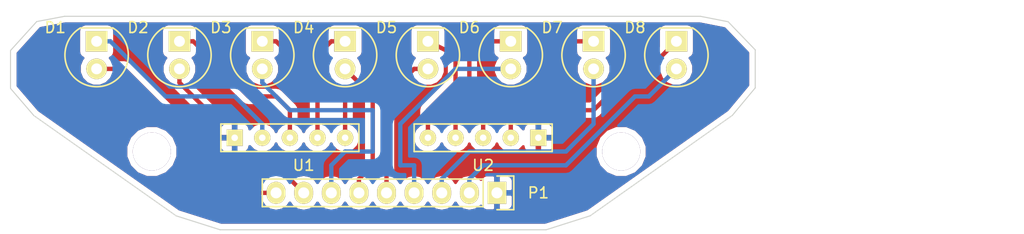
<source format=kicad_pcb>
(kicad_pcb (version 4) (host pcbnew 4.0.2+dfsg1-stable)

  (general
    (links 18)
    (no_connects 0)
    (area 114.3 83.82 208.559829 106.708333)
    (thickness 1.6)
    (drawings 14)
    (tracks 81)
    (zones 0)
    (modules 14)
    (nets 18)
  )

  (page A4)
  (title_block
    (title "LEDs Strip")
    (company abierto.cc)
  )

  (layers
    (0 F.Cu signal)
    (31 B.Cu signal)
    (32 B.Adhes user)
    (33 F.Adhes user)
    (34 B.Paste user)
    (35 F.Paste user)
    (36 B.SilkS user)
    (37 F.SilkS user)
    (38 B.Mask user)
    (39 F.Mask user)
    (40 Dwgs.User user)
    (41 Cmts.User user)
    (42 Eco1.User user)
    (43 Eco2.User user)
    (44 Edge.Cuts user)
    (45 Margin user)
    (46 B.CrtYd user)
    (47 F.CrtYd user)
    (48 B.Fab user)
    (49 F.Fab user)
  )

  (setup
    (last_trace_width 0.4)
    (trace_clearance 0.2)
    (zone_clearance 0.508)
    (zone_45_only no)
    (trace_min 0.4)
    (segment_width 0.2)
    (edge_width 0.15)
    (via_size 0.6)
    (via_drill 0.4)
    (via_min_size 0.4)
    (via_min_drill 0.3)
    (uvia_size 0.3)
    (uvia_drill 0.1)
    (uvias_allowed no)
    (uvia_min_size 0.2)
    (uvia_min_drill 0.1)
    (pcb_text_width 0.3)
    (pcb_text_size 1.5 1.5)
    (mod_edge_width 0.15)
    (mod_text_size 1 1)
    (mod_text_width 0.15)
    (pad_size 2.032 1.7272)
    (pad_drill 1.016)
    (pad_to_mask_clearance 0.2)
    (aux_axis_origin 0 0)
    (visible_elements FFFFFF7F)
    (pcbplotparams
      (layerselection 0x010f0_80000001)
      (usegerberextensions false)
      (excludeedgelayer true)
      (linewidth 0.100000)
      (plotframeref false)
      (viasonmask false)
      (mode 1)
      (useauxorigin false)
      (hpglpennumber 1)
      (hpglpenspeed 20)
      (hpglpendiameter 15)
      (hpglpenoverlay 2)
      (psnegative false)
      (psa4output false)
      (plotreference true)
      (plotvalue true)
      (plotinvisibletext false)
      (padsonsilk false)
      (subtractmaskfromsilk false)
      (outputformat 1)
      (mirror false)
      (drillshape 0)
      (scaleselection 1)
      (outputdirectory gerber/))
  )

  (net 0 "")
  (net 1 "Net-(D1-Pad1)")
  (net 2 "Net-(D1-Pad2)")
  (net 3 "Net-(D2-Pad1)")
  (net 4 "Net-(D2-Pad2)")
  (net 5 "Net-(D3-Pad1)")
  (net 6 "Net-(D3-Pad2)")
  (net 7 "Net-(D4-Pad1)")
  (net 8 "Net-(D4-Pad2)")
  (net 9 "Net-(D5-Pad1)")
  (net 10 "Net-(D5-Pad2)")
  (net 11 "Net-(D6-Pad1)")
  (net 12 "Net-(D6-Pad2)")
  (net 13 "Net-(D7-Pad1)")
  (net 14 "Net-(D7-Pad2)")
  (net 15 "Net-(D8-Pad1)")
  (net 16 "Net-(D8-Pad2)")
  (net 17 GND)

  (net_class Default "This is the default net class."
    (clearance 0.2)
    (trace_width 0.4)
    (via_dia 0.6)
    (via_drill 0.4)
    (uvia_dia 0.3)
    (uvia_drill 0.1)
    (add_net GND)
    (add_net "Net-(D1-Pad1)")
    (add_net "Net-(D1-Pad2)")
    (add_net "Net-(D2-Pad1)")
    (add_net "Net-(D2-Pad2)")
    (add_net "Net-(D3-Pad1)")
    (add_net "Net-(D3-Pad2)")
    (add_net "Net-(D4-Pad1)")
    (add_net "Net-(D4-Pad2)")
    (add_net "Net-(D5-Pad1)")
    (add_net "Net-(D5-Pad2)")
    (add_net "Net-(D6-Pad1)")
    (add_net "Net-(D6-Pad2)")
    (add_net "Net-(D7-Pad1)")
    (add_net "Net-(D7-Pad2)")
    (add_net "Net-(D8-Pad1)")
    (add_net "Net-(D8-Pad2)")
  )

  (module LEDs:LED-5MM (layer F.Cu) (tedit 59B5878A) (tstamp 59B882D0)
    (at 176.53 87.63 270)
    (descr "LED 5mm round vertical")
    (tags "LED 5mm round vertical")
    (path /59AFC053)
    (fp_text reference D8 (at -1.27 3.81 360) (layer F.SilkS)
      (effects (font (size 1 1) (thickness 0.15)))
    )
    (fp_text value LED (at 1.524 -3.937 270) (layer F.Fab) hide
      (effects (font (size 1 1) (thickness 0.15)))
    )
    (fp_line (start -1.5 -1.55) (end -1.5 1.55) (layer F.CrtYd) (width 0.05))
    (fp_arc (start 1.3 0) (end -1.5 1.55) (angle -302) (layer F.CrtYd) (width 0.05))
    (fp_arc (start 1.27 0) (end -1.23 -1.5) (angle 297.5) (layer F.SilkS) (width 0.15))
    (fp_line (start -1.23 1.5) (end -1.23 -1.5) (layer F.SilkS) (width 0.15))
    (fp_text user K (at -1.905 1.905 270) (layer F.SilkS) hide
      (effects (font (size 1 1) (thickness 0.15)))
    )
    (pad "" thru_hole rect (at 0 0) (size 2 1.9) (drill 1.00076) (layers *.Cu *.Mask F.SilkS))
    (pad "" thru_hole circle (at 2.54 0 270) (size 1.9 1.9) (drill 1.00076) (layers *.Cu *.Mask F.SilkS))
    (model LEDs.3dshapes/LED-5MM.wrl
      (at (xyz 0.05 0 0))
      (scale (xyz 1 1 1))
      (rotate (xyz 0 0 90))
    )
  )

  (module Componentes:rr (layer F.Cu) (tedit 59B58779) (tstamp 59B8830A)
    (at 158.75 96.52 180)
    (path /59AFC3AD)
    (fp_text reference U2 (at 0 -2.54 180) (layer F.SilkS)
      (effects (font (size 1 1) (thickness 0.15)))
    )
    (fp_text value ResistorArray (at 0 -2.54 180) (layer F.Fab) hide
      (effects (font (size 1 1) (thickness 0.15)))
    )
    (fp_line (start -6.35 -1.27) (end 6.35 -1.27) (layer F.Fab) (width 0.15))
    (fp_line (start 6.35 -1.27) (end 6.35 1.27) (layer F.Fab) (width 0.15))
    (fp_line (start 6.35 1.27) (end -6.35 1.27) (layer F.Fab) (width 0.15))
    (fp_line (start -6.35 1.27) (end -6.35 -1.27) (layer F.Fab) (width 0.15))
    (fp_line (start -6.35 -1.27) (end 6.35 -1.27) (layer F.SilkS) (width 0.15))
    (fp_line (start 6.35 -1.27) (end 6.35 1.27) (layer F.SilkS) (width 0.15))
    (fp_line (start 6.35 1.27) (end -6.35 1.27) (layer F.SilkS) (width 0.15))
    (fp_line (start -6.35 1.27) (end -6.35 -1.27) (layer F.SilkS) (width 0.15))
    (pad "" thru_hole circle (at 5.08 0 180) (size 1.5 1.5) (drill 0.6) (layers *.Cu *.Mask F.SilkS))
    (pad "" thru_hole rect (at -5.08 0 180) (size 1.5 1.5) (drill 0.6) (layers *.Cu *.Mask F.SilkS))
    (pad "" thru_hole circle (at -2.54 0 180) (size 1.5 1.5) (drill 0.6) (layers *.Cu *.Mask F.SilkS))
    (pad "" thru_hole circle (at 2.54 0 180) (size 1.5 1.5) (drill 0.6) (layers *.Cu *.Mask F.SilkS))
    (pad "" thru_hole circle (at 0 0 180) (size 1.5 1.5) (drill 0.6) (layers *.Cu *.Mask F.SilkS))
    (model "../../../../../home/fede/Dropbox/TransitoDrive/Test KiCad/Packages3D/4R-Pin1_C.wrl"
      (at (xyz 0 0 0))
      (scale (xyz 0.3937 0.3937 0.3937))
      (rotate (xyz 0 0 0))
    )
  )

  (module Componentes:rr (layer F.Cu) (tedit 59B5875C) (tstamp 59B882F9)
    (at 140.97 96.52)
    (path /59AFC1DB)
    (fp_text reference U1 (at 1.27 2.54) (layer F.SilkS)
      (effects (font (size 1 1) (thickness 0.15)))
    )
    (fp_text value ResistorArray (at 0 -2.54) (layer F.Fab) hide
      (effects (font (size 1 1) (thickness 0.15)))
    )
    (fp_line (start -6.35 -1.27) (end 6.35 -1.27) (layer F.Fab) (width 0.15))
    (fp_line (start 6.35 -1.27) (end 6.35 1.27) (layer F.Fab) (width 0.15))
    (fp_line (start 6.35 1.27) (end -6.35 1.27) (layer F.Fab) (width 0.15))
    (fp_line (start -6.35 1.27) (end -6.35 -1.27) (layer F.Fab) (width 0.15))
    (fp_line (start -6.35 -1.27) (end 6.35 -1.27) (layer F.SilkS) (width 0.15))
    (fp_line (start 6.35 -1.27) (end 6.35 1.27) (layer F.SilkS) (width 0.15))
    (fp_line (start 6.35 1.27) (end -6.35 1.27) (layer F.SilkS) (width 0.15))
    (fp_line (start -6.35 1.27) (end -6.35 -1.27) (layer F.SilkS) (width 0.15))
    (pad "" thru_hole circle (at 5.08 0) (size 1.5 1.5) (drill 0.6) (layers *.Cu *.Mask F.SilkS))
    (pad "" thru_hole rect (at -5.08 0) (size 1.5 1.5) (drill 0.6) (layers *.Cu *.Mask F.SilkS))
    (pad "" thru_hole circle (at -2.54 0) (size 1.5 1.5) (drill 0.6) (layers *.Cu *.Mask F.SilkS))
    (pad "" thru_hole circle (at 2.54 0) (size 1.5 1.5) (drill 0.6) (layers *.Cu *.Mask F.SilkS))
    (pad "" thru_hole circle (at 0 0) (size 1.5 1.5) (drill 0.6) (layers *.Cu *.Mask F.SilkS))
    (model "../../../../../home/fede/Dropbox/TransitoDrive/Test KiCad/Packages3D/4R-Pin1_C.wrl"
      (at (xyz 0 0 0))
      (scale (xyz 0.3937 0.3937 0.3937))
      (rotate (xyz 0 0 0))
    )
  )

  (module LEDs:LED-5MM (layer F.Cu) (tedit 59B58738) (tstamp 59B882C4)
    (at 168.91 87.63 270)
    (descr "LED 5mm round vertical")
    (tags "LED 5mm round vertical")
    (path /59AFC018)
    (fp_text reference D7 (at -1.27 3.81 360) (layer F.SilkS)
      (effects (font (size 1 1) (thickness 0.15)))
    )
    (fp_text value LED (at 1.524 -3.937 270) (layer F.Fab) hide
      (effects (font (size 1 1) (thickness 0.15)))
    )
    (fp_line (start -1.5 -1.55) (end -1.5 1.55) (layer F.CrtYd) (width 0.05))
    (fp_arc (start 1.3 0) (end -1.5 1.55) (angle -302) (layer F.CrtYd) (width 0.05))
    (fp_arc (start 1.27 0) (end -1.23 -1.5) (angle 297.5) (layer F.SilkS) (width 0.15))
    (fp_line (start -1.23 1.5) (end -1.23 -1.5) (layer F.SilkS) (width 0.15))
    (fp_text user K (at -1.905 1.905 270) (layer F.SilkS) hide
      (effects (font (size 1 1) (thickness 0.15)))
    )
    (pad "" thru_hole rect (at 0 0) (size 2 1.9) (drill 1.00076) (layers *.Cu *.Mask F.SilkS))
    (pad "" thru_hole circle (at 2.54 0 270) (size 1.9 1.9) (drill 1.00076) (layers *.Cu *.Mask F.SilkS))
    (model LEDs.3dshapes/LED-5MM.wrl
      (at (xyz 0.05 0 0))
      (scale (xyz 1 1 1))
      (rotate (xyz 0 0 90))
    )
  )

  (module LEDs:LED-5MM (layer F.Cu) (tedit 59B5837F) (tstamp 59B882B8)
    (at 161.29 87.63 270)
    (descr "LED 5mm round vertical")
    (tags "LED 5mm round vertical")
    (path /59AFBFC6)
    (fp_text reference D6 (at -1.27 3.81 360) (layer F.SilkS)
      (effects (font (size 1 1) (thickness 0.15)))
    )
    (fp_text value LED (at 1.524 -3.937 270) (layer F.Fab) hide
      (effects (font (size 1 1) (thickness 0.15)))
    )
    (fp_line (start -1.5 -1.55) (end -1.5 1.55) (layer F.CrtYd) (width 0.05))
    (fp_arc (start 1.3 0) (end -1.5 1.55) (angle -302) (layer F.CrtYd) (width 0.05))
    (fp_arc (start 1.27 0) (end -1.23 -1.5) (angle 297.5) (layer F.SilkS) (width 0.15))
    (fp_line (start -1.23 1.5) (end -1.23 -1.5) (layer F.SilkS) (width 0.15))
    (fp_text user K (at -1.905 1.905 270) (layer F.SilkS) hide
      (effects (font (size 1 1) (thickness 0.15)))
    )
    (pad "" thru_hole rect (at 0 0) (size 2 1.9) (drill 1.00076) (layers *.Cu *.Mask F.SilkS))
    (pad "" thru_hole circle (at 2.54 0 270) (size 1.9 1.9) (drill 1.00076) (layers *.Cu *.Mask F.SilkS))
    (model LEDs.3dshapes/LED-5MM.wrl
      (at (xyz 0.05 0 0))
      (scale (xyz 1 1 1))
      (rotate (xyz 0 0 90))
    )
  )

  (module LEDs:LED-5MM (layer F.Cu) (tedit 59B58369) (tstamp 59B882AC)
    (at 153.67 87.63 270)
    (descr "LED 5mm round vertical")
    (tags "LED 5mm round vertical")
    (path /59AFBF9D)
    (fp_text reference D5 (at -1.27 3.81 360) (layer F.SilkS)
      (effects (font (size 1 1) (thickness 0.15)))
    )
    (fp_text value LED (at 1.524 -3.937 270) (layer F.Fab) hide
      (effects (font (size 1 1) (thickness 0.15)))
    )
    (fp_line (start -1.5 -1.55) (end -1.5 1.55) (layer F.CrtYd) (width 0.05))
    (fp_arc (start 1.3 0) (end -1.5 1.55) (angle -302) (layer F.CrtYd) (width 0.05))
    (fp_arc (start 1.27 0) (end -1.23 -1.5) (angle 297.5) (layer F.SilkS) (width 0.15))
    (fp_line (start -1.23 1.5) (end -1.23 -1.5) (layer F.SilkS) (width 0.15))
    (fp_text user K (at -1.905 1.905 270) (layer F.SilkS) hide
      (effects (font (size 1 1) (thickness 0.15)))
    )
    (pad "" thru_hole rect (at 0 0) (size 2 1.9) (drill 1.00076) (layers *.Cu *.Mask F.SilkS))
    (pad "" thru_hole circle (at 2.54 0 270) (size 1.9 1.9) (drill 1.00076) (layers *.Cu *.Mask F.SilkS))
    (model LEDs.3dshapes/LED-5MM.wrl
      (at (xyz 0.05 0 0))
      (scale (xyz 1 1 1))
      (rotate (xyz 0 0 90))
    )
  )

  (module LEDs:LED-5MM (layer F.Cu) (tedit 59B58349) (tstamp 59B882A0)
    (at 146.05 87.63 270)
    (descr "LED 5mm round vertical")
    (tags "LED 5mm round vertical")
    (path /59AFBE48)
    (fp_text reference D4 (at -1.27 3.81 360) (layer F.SilkS)
      (effects (font (size 1 1) (thickness 0.15)))
    )
    (fp_text value LED (at 1.524 -3.937 270) (layer F.Fab) hide
      (effects (font (size 1 1) (thickness 0.15)))
    )
    (fp_line (start -1.5 -1.55) (end -1.5 1.55) (layer F.CrtYd) (width 0.05))
    (fp_arc (start 1.3 0) (end -1.5 1.55) (angle -302) (layer F.CrtYd) (width 0.05))
    (fp_arc (start 1.27 0) (end -1.23 -1.5) (angle 297.5) (layer F.SilkS) (width 0.15))
    (fp_line (start -1.23 1.5) (end -1.23 -1.5) (layer F.SilkS) (width 0.15))
    (fp_text user K (at -1.905 1.905 270) (layer F.SilkS) hide
      (effects (font (size 1 1) (thickness 0.15)))
    )
    (pad "" thru_hole rect (at 0 0) (size 2 1.9) (drill 1.00076) (layers *.Cu *.Mask F.SilkS))
    (pad "" thru_hole circle (at 2.54 0 270) (size 1.9 1.9) (drill 1.00076) (layers *.Cu *.Mask F.SilkS))
    (model LEDs.3dshapes/LED-5MM.wrl
      (at (xyz 0.05 0 0))
      (scale (xyz 1 1 1))
      (rotate (xyz 0 0 90))
    )
  )

  (module LEDs:LED-5MM (layer F.Cu) (tedit 59B5824A) (tstamp 59B88294)
    (at 138.43 87.63 270)
    (descr "LED 5mm round vertical")
    (tags "LED 5mm round vertical")
    (path /59AFBE00)
    (fp_text reference D3 (at -1.27 3.81 360) (layer F.SilkS)
      (effects (font (size 1 1) (thickness 0.15)))
    )
    (fp_text value LED (at 1.524 -3.937 270) (layer F.Fab) hide
      (effects (font (size 1 1) (thickness 0.15)))
    )
    (fp_line (start -1.5 -1.55) (end -1.5 1.55) (layer F.CrtYd) (width 0.05))
    (fp_arc (start 1.3 0) (end -1.5 1.55) (angle -302) (layer F.CrtYd) (width 0.05))
    (fp_arc (start 1.27 0) (end -1.23 -1.5) (angle 297.5) (layer F.SilkS) (width 0.15))
    (fp_line (start -1.23 1.5) (end -1.23 -1.5) (layer F.SilkS) (width 0.15))
    (fp_text user K (at -1.905 1.905 270) (layer F.SilkS) hide
      (effects (font (size 1 1) (thickness 0.15)))
    )
    (pad "" thru_hole rect (at 0 0) (size 2 1.9) (drill 1.00076) (layers *.Cu *.Mask F.SilkS))
    (pad "" thru_hole circle (at 2.54 0 270) (size 1.9 1.9) (drill 1.00076) (layers *.Cu *.Mask F.SilkS))
    (model LEDs.3dshapes/LED-5MM.wrl
      (at (xyz 0.05 0 0))
      (scale (xyz 1 1 1))
      (rotate (xyz 0 0 90))
    )
  )

  (module LEDs:LED-5MM (layer F.Cu) (tedit 59B58232) (tstamp 59B8827C)
    (at 123.19 87.63 270)
    (descr "LED 5mm round vertical")
    (tags "LED 5mm round vertical")
    (path /59AFBF6F)
    (fp_text reference D1 (at -1.27 3.81 360) (layer F.SilkS)
      (effects (font (size 1 1) (thickness 0.15)))
    )
    (fp_text value LED (at 1.524 -3.937 270) (layer F.Fab) hide
      (effects (font (size 1 1) (thickness 0.15)))
    )
    (fp_line (start -1.5 -1.55) (end -1.5 1.55) (layer F.CrtYd) (width 0.05))
    (fp_arc (start 1.3 0) (end -1.5 1.55) (angle -302) (layer F.CrtYd) (width 0.05))
    (fp_arc (start 1.27 0) (end -1.23 -1.5) (angle 297.5) (layer F.SilkS) (width 0.15))
    (fp_line (start -1.23 1.5) (end -1.23 -1.5) (layer F.SilkS) (width 0.15))
    (fp_text user K (at -1.905 1.905 270) (layer F.SilkS) hide
      (effects (font (size 1 1) (thickness 0.15)))
    )
    (pad "" thru_hole rect (at 0 0) (size 2 1.9) (drill 1.00076) (layers *.Cu *.Mask F.SilkS))
    (pad "" thru_hole circle (at 2.54 0 270) (size 1.9 1.9) (drill 1.00076) (layers *.Cu *.Mask F.SilkS))
    (model LEDs.3dshapes/LED-5MM.wrl
      (at (xyz 0.05 0 0))
      (scale (xyz 1 1 1))
      (rotate (xyz 0 0 90))
    )
  )

  (module LEDs:LED-5MM (layer F.Cu) (tedit 59B58206) (tstamp 59B88288)
    (at 130.81 87.63 270)
    (descr "LED 5mm round vertical")
    (tags "LED 5mm round vertical")
    (path /59AFBF40)
    (fp_text reference D2 (at -1.27 3.81 360) (layer F.SilkS)
      (effects (font (size 1 1) (thickness 0.15)))
    )
    (fp_text value LED (at 1.524 -3.937 270) (layer F.Fab) hide
      (effects (font (size 1 1) (thickness 0.15)))
    )
    (fp_line (start -1.5 -1.55) (end -1.5 1.55) (layer F.CrtYd) (width 0.05))
    (fp_arc (start 1.3 0) (end -1.5 1.55) (angle -302) (layer F.CrtYd) (width 0.05))
    (fp_arc (start 1.27 0) (end -1.23 -1.5) (angle 297.5) (layer F.SilkS) (width 0.15))
    (fp_line (start -1.23 1.5) (end -1.23 -1.5) (layer F.SilkS) (width 0.15))
    (fp_text user K (at -1.905 1.905 270) (layer F.SilkS) hide
      (effects (font (size 1 1) (thickness 0.15)))
    )
    (pad "" thru_hole rect (at 0 0) (size 2 1.9) (drill 1.00076) (layers *.Cu *.Mask F.SilkS))
    (pad "" thru_hole circle (at 2.54 0 270) (size 1.9 1.9) (drill 1.00076) (layers *.Cu *.Mask F.SilkS))
    (model LEDs.3dshapes/LED-5MM.wrl
      (at (xyz 0.05 0 0))
      (scale (xyz 1 1 1))
      (rotate (xyz 0 0 90))
    )
  )

  (module Pin_Headers:Pin_Header_Straight_1x09 (layer F.Cu) (tedit 59B587D7) (tstamp 59B882E8)
    (at 160.02 101.6 270)
    (descr "Through hole pin header")
    (tags "pin header")
    (path /59AFC07D)
    (fp_text reference P1 (at 0 -3.81 360) (layer F.SilkS)
      (effects (font (size 1 1) (thickness 0.15)))
    )
    (fp_text value CONN_01X09 (at 0 -3.1 270) (layer F.Fab) hide
      (effects (font (size 1 1) (thickness 0.15)))
    )
    (fp_line (start -1.75 -1.75) (end -1.75 22.1) (layer F.CrtYd) (width 0.05))
    (fp_line (start 1.75 -1.75) (end 1.75 22.1) (layer F.CrtYd) (width 0.05))
    (fp_line (start -1.75 -1.75) (end 1.75 -1.75) (layer F.CrtYd) (width 0.05))
    (fp_line (start -1.75 22.1) (end 1.75 22.1) (layer F.CrtYd) (width 0.05))
    (fp_line (start 1.27 1.27) (end 1.27 21.59) (layer F.SilkS) (width 0.15))
    (fp_line (start 1.27 21.59) (end -1.27 21.59) (layer F.SilkS) (width 0.15))
    (fp_line (start -1.27 21.59) (end -1.27 1.27) (layer F.SilkS) (width 0.15))
    (fp_line (start 1.55 -1.55) (end 1.55 0) (layer F.SilkS) (width 0.15))
    (fp_line (start 1.27 1.27) (end -1.27 1.27) (layer F.SilkS) (width 0.15))
    (fp_line (start -1.55 0) (end -1.55 -1.55) (layer F.SilkS) (width 0.15))
    (fp_line (start -1.55 -1.55) (end 1.55 -1.55) (layer F.SilkS) (width 0.15))
    (pad "" thru_hole rect (at 0 0 270) (size 2.032 1.7272) (drill 1.016) (layers *.Cu *.Mask F.SilkS)
      (net 17 GND))
    (pad "" thru_hole oval (at 0 2.54 270) (size 2.032 1.7272) (drill 1.016) (layers *.Cu *.Mask F.SilkS)
      (net 16 "Net-(D8-Pad2)"))
    (pad "" thru_hole oval (at 0 5.08 270) (size 2.032 1.7272) (drill 1.016) (layers *.Cu *.Mask F.SilkS)
      (net 14 "Net-(D7-Pad2)"))
    (pad "" thru_hole oval (at 0 7.62 270) (size 2.032 1.7272) (drill 1.016) (layers *.Cu *.Mask F.SilkS)
      (net 12 "Net-(D6-Pad2)"))
    (pad "" thru_hole oval (at 0 10.16 270) (size 2.032 1.7272) (drill 1.016) (layers *.Cu *.Mask F.SilkS)
      (net 10 "Net-(D5-Pad2)"))
    (pad "" thru_hole oval (at 0 12.7 270) (size 2.032 1.7272) (drill 1.016) (layers *.Cu *.Mask F.SilkS)
      (net 8 "Net-(D4-Pad2)"))
    (pad "" thru_hole oval (at 0 15.24 270) (size 2.032 1.7272) (drill 1.016) (layers *.Cu *.Mask F.SilkS)
      (net 6 "Net-(D3-Pad2)"))
    (pad "" thru_hole oval (at 0 17.78 270) (size 2.032 1.7272) (drill 1.016) (layers *.Cu *.Mask F.SilkS)
      (net 4 "Net-(D2-Pad2)"))
    (pad "" thru_hole oval (at 0 20.32 270) (size 2.032 1.7272) (drill 1.016) (layers *.Cu *.Mask F.SilkS)
      (net 2 "Net-(D1-Pad2)"))
    (model Pin_Headers.3dshapes/Pin_Header_Straight_1x09.wrl
      (at (xyz 0 -0.4 0))
      (scale (xyz 1 1 1))
      (rotate (xyz 0 0 90))
    )
  )

  (module Wire_Pads:SolderWirePad_single_2mmDrill (layer F.Cu) (tedit 59B58796) (tstamp 59B881A2)
    (at 176.53 93.98)
    (fp_text reference REF** (at -5.08 0) (layer F.SilkS) hide
      (effects (font (size 1 1) (thickness 0.15)))
    )
    (fp_text value SolderWirePad_single_2mmDrill (at -3.81 7.62) (layer F.Fab) hide
      (effects (font (size 1 1) (thickness 0.15)))
    )
    (pad "" thru_hole circle (at -5.08 3.81) (size 3.5 3.5) (drill 3.5) (layers *.Cu *.Mask))
  )

  (module Wire_Pads:SolderWirePad_single_2mmDrill (layer F.Cu) (tedit 59B5879A) (tstamp 59B8817D)
    (at 128.27 97.79)
    (fp_text reference REF** (at 0 -3.81) (layer F.SilkS) hide
      (effects (font (size 1 1) (thickness 0.15)))
    )
    (fp_text value SolderWirePad_single_2mmDrill (at -0.635 3.81) (layer F.Fab) hide
      (effects (font (size 1 1) (thickness 0.15)))
    )
    (pad "" thru_hole circle (at 0 0) (size 3.5 3.5) (drill 3.5) (layers *.Cu *.Mask))
  )

  (module Silks:leds_dim (layer F.Cu) (tedit 59B1815F) (tstamp 59B6E558)
    (at 203.2 100.33)
    (descr "Imported from leds_dim.svg")
    (tags svg2mod)
    (attr smd)
    (fp_text reference svg2mod (at 0 -3.048) (layer F.SilkS) hide
      (effects (font (thickness 0.3048)))
    )
    (fp_text value G*** (at 0 3.048) (layer F.SilkS) hide
      (effects (font (thickness 0.3048)))
    )
  )

  (gr_line (start 115.267829 91.974799) (end 115.267829 88.474799) (layer Edge.Cuts) (width 0.1))
  (gr_line (start 117.416977 94.479028) (end 115.267829 91.974799) (layer Edge.Cuts) (width 0.1))
  (gr_line (start 130.511314 103.722326) (end 117.416977 94.479028) (layer Edge.Cuts) (width 0.1))
  (gr_line (start 134.548166 105.0036) (end 130.511314 103.722326) (layer Edge.Cuts) (width 0.1))
  (gr_line (start 164.548166 105.0036) (end 134.548166 105.0036) (layer Edge.Cuts) (width 0.1))
  (gr_line (start 168.592087 103.717329) (end 164.548166 105.0036) (layer Edge.Cuts) (width 0.1))
  (gr_line (start 181.674982 94.457842) (end 168.592087 103.717329) (layer Edge.Cuts) (width 0.1))
  (gr_line (start 183.784334 91.920001) (end 181.674982 94.457842) (layer Edge.Cuts) (width 0.1))
  (gr_line (start 183.784334 88.420001) (end 183.784334 91.920001) (layer Edge.Cuts) (width 0.1))
  (gr_line (start 181.288834 85.825299) (end 183.784334 88.420001) (layer Edge.Cuts) (width 0.1))
  (gr_line (start 178.737724 85.323461) (end 181.288834 85.825299) (layer Edge.Cuts) (width 0.1))
  (gr_line (start 120.237724 85.323461) (end 178.737724 85.323461) (layer Edge.Cuts) (width 0.1))
  (gr_line (start 117.682682 85.804877) (end 120.237724 85.323461) (layer Edge.Cuts) (width 0.1))
  (gr_line (start 115.267829 88.474799) (end 117.682682 85.804877) (layer Edge.Cuts) (width 0.1))

  (segment (start 138.43 96.52) (end 138.43 95.25) (width 0.4) (layer B.Cu) (net 1))
  (segment (start 124.46 87.63) (end 123.19 87.63) (width 0.4) (layer B.Cu) (net 1) (tstamp 59B407E7))
  (segment (start 129.54 92.71) (end 124.46 87.63) (width 0.4) (layer B.Cu) (net 1) (tstamp 59B407E3))
  (segment (start 135.89 92.71) (end 129.54 92.71) (width 0.4) (layer B.Cu) (net 1) (tstamp 59B407DF))
  (segment (start 138.43 95.25) (end 135.89 92.71) (width 0.4) (layer B.Cu) (net 1) (tstamp 59B407DC))
  (segment (start 123.19 90.17) (end 125.73 90.17) (width 0.4) (layer F.Cu) (net 2))
  (segment (start 133.35 101.6) (end 139.7 101.6) (width 0.4) (layer F.Cu) (net 2) (tstamp 59B40577))
  (segment (start 132.08 100.33) (end 133.35 101.6) (width 0.4) (layer F.Cu) (net 2) (tstamp 59B40574))
  (segment (start 132.08 96.52) (end 132.08 100.33) (width 0.4) (layer F.Cu) (net 2) (tstamp 59B40569))
  (segment (start 125.73 90.17) (end 132.08 96.52) (width 0.4) (layer F.Cu) (net 2) (tstamp 59B4055E))
  (segment (start 130.81 87.63) (end 132.08 87.63) (width 0.4) (layer F.Cu) (net 3))
  (segment (start 140.97 93.98) (end 140.97 96.52) (width 0.4) (layer F.Cu) (net 3) (tstamp 59B405E3))
  (segment (start 139.7 92.71) (end 140.97 93.98) (width 0.4) (layer F.Cu) (net 3) (tstamp 59B405E1))
  (segment (start 137.16 92.71) (end 139.7 92.71) (width 0.4) (layer F.Cu) (net 3) (tstamp 59B405D9))
  (segment (start 132.08 87.63) (end 137.16 92.71) (width 0.4) (layer F.Cu) (net 3) (tstamp 59B405CA))
  (segment (start 142.24 101.6) (end 139.7 99.06) (width 0.4) (layer F.Cu) (net 4))
  (segment (start 130.81 91.44) (end 130.81 90.17) (width 0.4) (layer F.Cu) (net 4) (tstamp 59B4059A))
  (segment (start 133.35 93.98) (end 130.81 91.44) (width 0.4) (layer F.Cu) (net 4) (tstamp 59B40595))
  (segment (start 133.35 99.06) (end 133.35 93.98) (width 0.4) (layer F.Cu) (net 4) (tstamp 59B4058F))
  (segment (start 139.7 99.06) (end 133.35 99.06) (width 0.4) (layer F.Cu) (net 4) (tstamp 59B40587))
  (segment (start 143.51 91.44) (end 143.51 96.52) (width 0.4) (layer F.Cu) (net 5) (tstamp 59B40687))
  (segment (start 139.7 87.63) (end 143.51 91.44) (width 0.4) (layer F.Cu) (net 5) (tstamp 59B40680))
  (segment (start 138.43 87.63) (end 139.7 87.63) (width 0.4) (layer F.Cu) (net 5))
  (segment (start 144.78 101.6) (end 144.78 99.06) (width 0.4) (layer B.Cu) (net 6))
  (segment (start 138.43 91.44) (end 138.43 90.17) (width 0.4) (layer B.Cu) (net 6) (tstamp 59B407D2))
  (segment (start 140.97 93.98) (end 138.43 91.44) (width 0.4) (layer B.Cu) (net 6) (tstamp 59B407CE))
  (segment (start 148.59 93.98) (end 140.97 93.98) (width 0.4) (layer B.Cu) (net 6) (tstamp 59B407CB))
  (segment (start 148.59 97.79) (end 148.59 93.98) (width 0.4) (layer B.Cu) (net 6) (tstamp 59B407C7))
  (segment (start 146.05 97.79) (end 148.59 97.79) (width 0.4) (layer B.Cu) (net 6) (tstamp 59B407C3))
  (segment (start 144.78 99.06) (end 146.05 97.79) (width 0.4) (layer B.Cu) (net 6) (tstamp 59B407BC))
  (segment (start 146.05 96.52) (end 146.05 92.71) (width 0.4) (layer F.Cu) (net 7))
  (segment (start 144.78 87.63) (end 146.05 87.63) (width 0.4) (layer F.Cu) (net 7) (tstamp 59B406DE))
  (segment (start 143.51 88.9) (end 144.78 87.63) (width 0.4) (layer F.Cu) (net 7) (tstamp 59B406DA))
  (segment (start 143.51 90.17) (end 143.51 88.9) (width 0.4) (layer F.Cu) (net 7) (tstamp 59B406D6))
  (segment (start 146.05 92.71) (end 143.51 90.17) (width 0.4) (layer F.Cu) (net 7) (tstamp 59B406CE))
  (segment (start 147.32 101.6) (end 147.32 100.33) (width 0.4) (layer F.Cu) (net 8))
  (segment (start 148.59 92.71) (end 146.05 90.17) (width 0.4) (layer F.Cu) (net 8) (tstamp 59B406F4))
  (segment (start 148.59 99.06) (end 148.59 92.71) (width 0.4) (layer F.Cu) (net 8) (tstamp 59B406F1))
  (segment (start 147.32 100.33) (end 148.59 99.06) (width 0.4) (layer F.Cu) (net 8) (tstamp 59B406EB))
  (segment (start 153.67 96.52) (end 153.67 93.98) (width 0.4) (layer F.Cu) (net 9))
  (segment (start 156.21 88.9) (end 153.67 87.63) (width 0.4) (layer F.Cu) (net 9) (tstamp 59B4071E))
  (segment (start 156.21 91.44) (end 156.21 88.9) (width 0.4) (layer F.Cu) (net 9) (tstamp 59B40715))
  (segment (start 154.94 92.71) (end 156.21 91.44) (width 0.4) (layer F.Cu) (net 9) (tstamp 59B40711))
  (segment (start 153.67 93.98) (end 154.94 92.71) (width 0.4) (layer F.Cu) (net 9) (tstamp 59B4070E))
  (segment (start 149.86 101.6) (end 149.86 92.71) (width 0.4) (layer F.Cu) (net 10))
  (segment (start 152.4 90.17) (end 153.67 90.17) (width 0.4) (layer F.Cu) (net 10) (tstamp 59B40705))
  (segment (start 149.86 92.71) (end 152.4 90.17) (width 0.4) (layer F.Cu) (net 10) (tstamp 59B406FE))
  (segment (start 156.21 96.52) (end 156.21 93.98) (width 0.4) (layer F.Cu) (net 11))
  (segment (start 158.75 87.63) (end 161.29 87.63) (width 0.4) (layer F.Cu) (net 11) (tstamp 59B40756))
  (segment (start 157.48 88.9) (end 158.75 87.63) (width 0.4) (layer F.Cu) (net 11) (tstamp 59B40753))
  (segment (start 157.48 92.71) (end 157.48 88.9) (width 0.4) (layer F.Cu) (net 11) (tstamp 59B40750))
  (segment (start 156.21 93.98) (end 157.48 92.71) (width 0.4) (layer F.Cu) (net 11) (tstamp 59B4074E))
  (segment (start 152.4 101.6) (end 152.4 99.06) (width 0.4) (layer B.Cu) (net 12))
  (segment (start 156.21 90.17) (end 161.29 90.17) (width 0.4) (layer B.Cu) (net 12) (tstamp 59B407F8))
  (segment (start 151.13 95.25) (end 156.21 90.17) (width 0.4) (layer B.Cu) (net 12) (tstamp 59B407F5))
  (segment (start 151.13 99.06) (end 151.13 95.25) (width 0.4) (layer B.Cu) (net 12) (tstamp 59B407F4))
  (segment (start 152.4 99.06) (end 151.13 99.06) (width 0.4) (layer B.Cu) (net 12) (tstamp 59B407EC))
  (segment (start 158.75 96.52) (end 158.75 95.25) (width 0.4) (layer F.Cu) (net 13))
  (segment (start 166.37 87.63) (end 168.91 87.63) (width 0.4) (layer F.Cu) (net 13) (tstamp 59B4076A))
  (segment (start 165.1 88.9) (end 166.37 87.63) (width 0.4) (layer F.Cu) (net 13) (tstamp 59B40768))
  (segment (start 165.1 91.44) (end 165.1 88.9) (width 0.4) (layer F.Cu) (net 13) (tstamp 59B40767))
  (segment (start 163.83 92.71) (end 165.1 91.44) (width 0.4) (layer F.Cu) (net 13) (tstamp 59B40765))
  (segment (start 161.29 92.71) (end 163.83 92.71) (width 0.4) (layer F.Cu) (net 13) (tstamp 59B40761))
  (segment (start 158.75 95.25) (end 161.29 92.71) (width 0.4) (layer F.Cu) (net 13) (tstamp 59B4075C))
  (segment (start 154.94 101.6) (end 154.94 100.33) (width 0.4) (layer B.Cu) (net 14))
  (segment (start 168.91 95.25) (end 168.91 90.17) (width 0.4) (layer B.Cu) (net 14) (tstamp 59B40811))
  (segment (start 166.37 97.79) (end 168.91 95.25) (width 0.4) (layer B.Cu) (net 14) (tstamp 59B4080D))
  (segment (start 157.48 97.79) (end 166.37 97.79) (width 0.4) (layer B.Cu) (net 14) (tstamp 59B40807))
  (segment (start 154.94 100.33) (end 157.48 97.79) (width 0.4) (layer B.Cu) (net 14) (tstamp 59B40801))
  (segment (start 161.29 96.52) (end 161.29 95.25) (width 0.4) (layer F.Cu) (net 15))
  (segment (start 173.99 90.17) (end 176.53 87.63) (width 0.4) (layer F.Cu) (net 15) (tstamp 59B4079C))
  (segment (start 172.72 90.17) (end 173.99 90.17) (width 0.4) (layer F.Cu) (net 15) (tstamp 59B40798))
  (segment (start 168.91 93.98) (end 172.72 90.17) (width 0.4) (layer F.Cu) (net 15) (tstamp 59B40790))
  (segment (start 162.56 93.98) (end 168.91 93.98) (width 0.4) (layer F.Cu) (net 15) (tstamp 59B4078E))
  (segment (start 161.29 95.25) (end 162.56 93.98) (width 0.4) (layer F.Cu) (net 15) (tstamp 59B40783))
  (segment (start 157.48 101.6) (end 157.48 100.33) (width 0.4) (layer B.Cu) (net 16))
  (segment (start 173.99 92.71) (end 176.53 90.17) (width 0.4) (layer B.Cu) (net 16) (tstamp 59B40821))
  (segment (start 172.72 92.71) (end 173.99 92.71) (width 0.4) (layer B.Cu) (net 16) (tstamp 59B4081E))
  (segment (start 166.37 99.06) (end 172.72 92.71) (width 0.4) (layer B.Cu) (net 16) (tstamp 59B40819))
  (segment (start 158.75 99.06) (end 166.37 99.06) (width 0.4) (layer B.Cu) (net 16) (tstamp 59B40816))
  (segment (start 157.48 100.33) (end 158.75 99.06) (width 0.4) (layer B.Cu) (net 16) (tstamp 59B40815))

  (zone (net 17) (net_name GND) (layer F.Cu) (tstamp 59B40A22) (hatch edge 0.508)
    (connect_pads (clearance 0.508))
    (min_thickness 0.254)
    (fill yes (arc_segments 16) (thermal_gap 0.508) (thermal_bridge_width 0.508))
    (polygon
      (pts
        (xy 184.15 92.71) (xy 184.15 87.63) (xy 181.61 85.09) (xy 177.8 83.82) (xy 118.11 83.82)
        (xy 114.3 87.63) (xy 114.3 92.71) (xy 130.81 105.41) (xy 166.37 105.41) (xy 170.18 104.14)
        (xy 184.15 92.71)
      )
    )
    (filled_polygon
      (pts
        (xy 180.94478 86.455746) (xy 183.099334 88.695949) (xy 183.099334 91.672495) (xy 181.205749 93.950738) (xy 168.28314 103.096781)
        (xy 164.441851 104.3186) (xy 134.654266 104.3186) (xy 130.819668 103.10152) (xy 123.964318 98.262325) (xy 125.884587 98.262325)
        (xy 126.246916 99.139229) (xy 126.917242 99.810726) (xy 127.793513 100.174585) (xy 128.742325 100.175413) (xy 129.619229 99.813084)
        (xy 130.290726 99.142758) (xy 130.654585 98.266487) (xy 130.655413 97.317675) (xy 130.293084 96.440771) (xy 129.622758 95.769274)
        (xy 128.746487 95.405415) (xy 127.797675 95.404587) (xy 126.920771 95.766916) (xy 126.249274 96.437242) (xy 125.885415 97.313513)
        (xy 125.884587 98.262325) (xy 123.964318 98.262325) (xy 117.881444 93.968422) (xy 115.952829 91.721162) (xy 115.952829 88.738626)
        (xy 117.814785 86.68) (xy 121.54256 86.68) (xy 121.54256 88.58) (xy 121.586838 88.815317) (xy 121.72591 89.031441)
        (xy 121.93811 89.176431) (xy 121.941192 89.177055) (xy 121.847086 89.270997) (xy 121.605276 89.853341) (xy 121.604725 90.483893)
        (xy 121.845519 91.066657) (xy 122.290997 91.512914) (xy 122.873341 91.754724) (xy 123.503893 91.755275) (xy 124.086657 91.514481)
        (xy 124.532914 91.069003) (xy 124.55949 91.005) (xy 125.384132 91.005) (xy 131.245 96.865868) (xy 131.245 100.33)
        (xy 131.308561 100.649541) (xy 131.437002 100.841766) (xy 131.489566 100.920434) (xy 132.759566 102.190434) (xy 133.030459 102.371439)
        (xy 133.35 102.435) (xy 138.366767 102.435) (xy 138.64033 102.844415) (xy 139.126511 103.169271) (xy 139.7 103.283345)
        (xy 140.273489 103.169271) (xy 140.75967 102.844415) (xy 140.97 102.529634) (xy 141.18033 102.844415) (xy 141.666511 103.169271)
        (xy 142.24 103.283345) (xy 142.813489 103.169271) (xy 143.29967 102.844415) (xy 143.51 102.529634) (xy 143.72033 102.844415)
        (xy 144.206511 103.169271) (xy 144.78 103.283345) (xy 145.353489 103.169271) (xy 145.83967 102.844415) (xy 146.05 102.529634)
        (xy 146.26033 102.844415) (xy 146.746511 103.169271) (xy 147.32 103.283345) (xy 147.893489 103.169271) (xy 148.37967 102.844415)
        (xy 148.59 102.529634) (xy 148.80033 102.844415) (xy 149.286511 103.169271) (xy 149.86 103.283345) (xy 150.433489 103.169271)
        (xy 150.91967 102.844415) (xy 151.13 102.529634) (xy 151.34033 102.844415) (xy 151.826511 103.169271) (xy 152.4 103.283345)
        (xy 152.973489 103.169271) (xy 153.45967 102.844415) (xy 153.67 102.529634) (xy 153.88033 102.844415) (xy 154.366511 103.169271)
        (xy 154.94 103.283345) (xy 155.513489 103.169271) (xy 155.99967 102.844415) (xy 156.21 102.529634) (xy 156.42033 102.844415)
        (xy 156.906511 103.169271) (xy 157.48 103.283345) (xy 158.053489 103.169271) (xy 158.53967 102.844415) (xy 158.5545 102.82222)
        (xy 158.618073 102.975698) (xy 158.796701 103.154327) (xy 159.03009 103.251) (xy 159.73425 103.251) (xy 159.893 103.09225)
        (xy 159.893 101.727) (xy 160.147 101.727) (xy 160.147 103.09225) (xy 160.30575 103.251) (xy 161.00991 103.251)
        (xy 161.243299 103.154327) (xy 161.421927 102.975698) (xy 161.5186 102.742309) (xy 161.5186 101.88575) (xy 161.35985 101.727)
        (xy 160.147 101.727) (xy 159.893 101.727) (xy 159.873 101.727) (xy 159.873 101.473) (xy 159.893 101.473)
        (xy 159.893 100.10775) (xy 160.147 100.10775) (xy 160.147 101.473) (xy 161.35985 101.473) (xy 161.5186 101.31425)
        (xy 161.5186 100.457691) (xy 161.421927 100.224302) (xy 161.243299 100.045673) (xy 161.00991 99.949) (xy 160.30575 99.949)
        (xy 160.147 100.10775) (xy 159.893 100.10775) (xy 159.73425 99.949) (xy 159.03009 99.949) (xy 158.796701 100.045673)
        (xy 158.618073 100.224302) (xy 158.5545 100.37778) (xy 158.53967 100.355585) (xy 158.053489 100.030729) (xy 157.48 99.916655)
        (xy 156.906511 100.030729) (xy 156.42033 100.355585) (xy 156.21 100.670366) (xy 155.99967 100.355585) (xy 155.513489 100.030729)
        (xy 154.94 99.916655) (xy 154.366511 100.030729) (xy 153.88033 100.355585) (xy 153.67 100.670366) (xy 153.45967 100.355585)
        (xy 152.973489 100.030729) (xy 152.4 99.916655) (xy 151.826511 100.030729) (xy 151.34033 100.355585) (xy 151.13 100.670366)
        (xy 150.91967 100.355585) (xy 150.695 100.205465) (xy 150.695 98.262325) (xy 169.064587 98.262325) (xy 169.426916 99.139229)
        (xy 170.097242 99.810726) (xy 170.973513 100.174585) (xy 171.922325 100.175413) (xy 172.799229 99.813084) (xy 173.470726 99.142758)
        (xy 173.834585 98.266487) (xy 173.835413 97.317675) (xy 173.473084 96.440771) (xy 172.802758 95.769274) (xy 171.926487 95.405415)
        (xy 170.977675 95.404587) (xy 170.100771 95.766916) (xy 169.429274 96.437242) (xy 169.065415 97.313513) (xy 169.064587 98.262325)
        (xy 150.695 98.262325) (xy 150.695 93.055868) (xy 152.504708 91.24616) (xy 152.770997 91.512914) (xy 153.353341 91.754724)
        (xy 153.983893 91.755275) (xy 154.566657 91.514481) (xy 155.012914 91.069003) (xy 155.254724 90.486659) (xy 155.255275 89.856107)
        (xy 155.014481 89.273343) (xy 154.939655 89.198386) (xy 155.375 89.416059) (xy 155.375 91.094132) (xy 153.079566 93.389566)
        (xy 152.898561 93.660459) (xy 152.835 93.98) (xy 152.835 95.396564) (xy 152.496539 95.734436) (xy 152.285241 96.243298)
        (xy 152.28476 96.794285) (xy 152.495169 97.303515) (xy 152.884436 97.693461) (xy 153.393298 97.904759) (xy 153.944285 97.90524)
        (xy 154.453515 97.694831) (xy 154.843461 97.305564) (xy 154.939976 97.07313) (xy 155.035169 97.303515) (xy 155.424436 97.693461)
        (xy 155.933298 97.904759) (xy 156.484285 97.90524) (xy 156.993515 97.694831) (xy 157.383461 97.305564) (xy 157.479976 97.07313)
        (xy 157.575169 97.303515) (xy 157.964436 97.693461) (xy 158.473298 97.904759) (xy 159.024285 97.90524) (xy 159.533515 97.694831)
        (xy 159.923461 97.305564) (xy 160.019976 97.07313) (xy 160.115169 97.303515) (xy 160.504436 97.693461) (xy 161.013298 97.904759)
        (xy 161.564285 97.90524) (xy 162.073515 97.694831) (xy 162.445 97.323993) (xy 162.445 97.39631) (xy 162.541673 97.629699)
        (xy 162.720302 97.808327) (xy 162.953691 97.905) (xy 163.54425 97.905) (xy 163.703 97.74625) (xy 163.703 96.647)
        (xy 163.957 96.647) (xy 163.957 97.74625) (xy 164.11575 97.905) (xy 164.706309 97.905) (xy 164.939698 97.808327)
        (xy 165.118327 97.629699) (xy 165.215 97.39631) (xy 165.215 96.80575) (xy 165.05625 96.647) (xy 163.957 96.647)
        (xy 163.703 96.647) (xy 163.683 96.647) (xy 163.683 96.393) (xy 163.703 96.393) (xy 163.703 95.29375)
        (xy 163.957 95.29375) (xy 163.957 96.393) (xy 165.05625 96.393) (xy 165.215 96.23425) (xy 165.215 95.64369)
        (xy 165.118327 95.410301) (xy 164.939698 95.231673) (xy 164.706309 95.135) (xy 164.11575 95.135) (xy 163.957 95.29375)
        (xy 163.703 95.29375) (xy 163.54425 95.135) (xy 162.953691 95.135) (xy 162.720302 95.231673) (xy 162.541673 95.410301)
        (xy 162.445 95.64369) (xy 162.445 95.716619) (xy 162.224816 95.496052) (xy 162.905868 94.815) (xy 168.91 94.815)
        (xy 169.229541 94.751439) (xy 169.500434 94.570434) (xy 173.065868 91.005) (xy 173.99 91.005) (xy 174.309541 90.941439)
        (xy 174.580434 90.760434) (xy 174.944802 90.396066) (xy 174.944725 90.483893) (xy 175.185519 91.066657) (xy 175.630997 91.512914)
        (xy 176.213341 91.754724) (xy 176.843893 91.755275) (xy 177.426657 91.514481) (xy 177.872914 91.069003) (xy 178.114724 90.486659)
        (xy 178.115275 89.856107) (xy 177.874481 89.273343) (xy 177.776971 89.175663) (xy 177.981441 89.04409) (xy 178.126431 88.83189)
        (xy 178.17744 88.58) (xy 178.17744 86.68) (xy 178.133162 86.444683) (xy 177.99409 86.228559) (xy 177.78189 86.083569)
        (xy 177.53 86.03256) (xy 175.53 86.03256) (xy 175.294683 86.076838) (xy 175.078559 86.21591) (xy 174.933569 86.42811)
        (xy 174.88256 86.68) (xy 174.88256 88.096572) (xy 173.644132 89.335) (xy 172.72 89.335) (xy 172.40046 89.39856)
        (xy 172.129566 89.579566) (xy 168.564132 93.145) (xy 164.575868 93.145) (xy 165.690434 92.030434) (xy 165.727608 91.974799)
        (xy 165.871439 91.759541) (xy 165.935 91.44) (xy 165.935 89.245868) (xy 166.715868 88.465) (xy 167.26256 88.465)
        (xy 167.26256 88.58) (xy 167.306838 88.815317) (xy 167.44591 89.031441) (xy 167.65811 89.176431) (xy 167.661192 89.177055)
        (xy 167.567086 89.270997) (xy 167.325276 89.853341) (xy 167.324725 90.483893) (xy 167.565519 91.066657) (xy 168.010997 91.512914)
        (xy 168.593341 91.754724) (xy 169.223893 91.755275) (xy 169.806657 91.514481) (xy 170.252914 91.069003) (xy 170.494724 90.486659)
        (xy 170.495275 89.856107) (xy 170.254481 89.273343) (xy 170.156971 89.175663) (xy 170.361441 89.04409) (xy 170.506431 88.83189)
        (xy 170.55744 88.58) (xy 170.55744 86.68) (xy 170.513162 86.444683) (xy 170.37409 86.228559) (xy 170.16189 86.083569)
        (xy 169.91 86.03256) (xy 167.91 86.03256) (xy 167.674683 86.076838) (xy 167.458559 86.21591) (xy 167.313569 86.42811)
        (xy 167.26256 86.68) (xy 167.26256 86.795) (xy 166.37 86.795) (xy 166.050459 86.858561) (xy 165.839984 86.999196)
        (xy 165.779566 87.039566) (xy 164.509566 88.309566) (xy 164.328561 88.580459) (xy 164.265 88.9) (xy 164.265 91.094132)
        (xy 163.484132 91.875) (xy 161.29 91.875) (xy 160.970459 91.938561) (xy 160.699566 92.119566) (xy 158.159566 94.659566)
        (xy 157.978561 94.930459) (xy 157.915 95.25) (xy 157.915 95.396564) (xy 157.576539 95.734436) (xy 157.480024 95.96687)
        (xy 157.384831 95.736485) (xy 157.045 95.396061) (xy 157.045 94.325868) (xy 158.070434 93.300434) (xy 158.251439 93.029541)
        (xy 158.315 92.71) (xy 158.315 89.245868) (xy 159.095868 88.465) (xy 159.64256 88.465) (xy 159.64256 88.58)
        (xy 159.686838 88.815317) (xy 159.82591 89.031441) (xy 160.03811 89.176431) (xy 160.041192 89.177055) (xy 159.947086 89.270997)
        (xy 159.705276 89.853341) (xy 159.704725 90.483893) (xy 159.945519 91.066657) (xy 160.390997 91.512914) (xy 160.973341 91.754724)
        (xy 161.603893 91.755275) (xy 162.186657 91.514481) (xy 162.632914 91.069003) (xy 162.874724 90.486659) (xy 162.875275 89.856107)
        (xy 162.634481 89.273343) (xy 162.536971 89.175663) (xy 162.741441 89.04409) (xy 162.886431 88.83189) (xy 162.93744 88.58)
        (xy 162.93744 86.68) (xy 162.893162 86.444683) (xy 162.75409 86.228559) (xy 162.54189 86.083569) (xy 162.29 86.03256)
        (xy 160.29 86.03256) (xy 160.054683 86.076838) (xy 159.838559 86.21591) (xy 159.693569 86.42811) (xy 159.64256 86.68)
        (xy 159.64256 86.795) (xy 158.75 86.795) (xy 158.430459 86.858561) (xy 158.219984 86.999196) (xy 158.159566 87.039566)
        (xy 156.889566 88.309566) (xy 156.84992 88.3689) (xy 156.840804 88.352907) (xy 156.817103 88.334512) (xy 156.800434 88.309566)
        (xy 156.689154 88.235211) (xy 156.583423 88.153153) (xy 155.31744 87.520162) (xy 155.31744 86.68) (xy 155.273162 86.444683)
        (xy 155.13409 86.228559) (xy 154.92189 86.083569) (xy 154.67 86.03256) (xy 152.67 86.03256) (xy 152.434683 86.076838)
        (xy 152.218559 86.21591) (xy 152.073569 86.42811) (xy 152.02256 86.68) (xy 152.02256 88.58) (xy 152.066838 88.815317)
        (xy 152.20591 89.031441) (xy 152.41811 89.176431) (xy 152.421192 89.177055) (xy 152.327086 89.270997) (xy 152.291552 89.356572)
        (xy 152.080459 89.398561) (xy 151.809566 89.579566) (xy 149.269566 92.119566) (xy 149.225 92.186264) (xy 149.180434 92.119566)
        (xy 147.60914 90.548272) (xy 147.634724 90.486659) (xy 147.635275 89.856107) (xy 147.394481 89.273343) (xy 147.296971 89.175663)
        (xy 147.501441 89.04409) (xy 147.646431 88.83189) (xy 147.69744 88.58) (xy 147.69744 86.68) (xy 147.653162 86.444683)
        (xy 147.51409 86.228559) (xy 147.30189 86.083569) (xy 147.05 86.03256) (xy 145.05 86.03256) (xy 144.814683 86.076838)
        (xy 144.598559 86.21591) (xy 144.453569 86.42811) (xy 144.40256 86.68) (xy 144.40256 86.897248) (xy 144.249984 86.999196)
        (xy 144.189566 87.039566) (xy 142.919566 88.309566) (xy 142.738561 88.580459) (xy 142.675 88.9) (xy 142.675 89.424132)
        (xy 140.290434 87.039566) (xy 140.230016 86.999196) (xy 140.07744 86.897248) (xy 140.07744 86.68) (xy 140.033162 86.444683)
        (xy 139.89409 86.228559) (xy 139.68189 86.083569) (xy 139.43 86.03256) (xy 137.43 86.03256) (xy 137.194683 86.076838)
        (xy 136.978559 86.21591) (xy 136.833569 86.42811) (xy 136.78256 86.68) (xy 136.78256 88.58) (xy 136.826838 88.815317)
        (xy 136.96591 89.031441) (xy 137.17811 89.176431) (xy 137.181192 89.177055) (xy 137.087086 89.270997) (xy 136.845276 89.853341)
        (xy 136.844725 90.483893) (xy 137.085519 91.066657) (xy 137.530997 91.512914) (xy 138.113341 91.754724) (xy 138.743893 91.755275)
        (xy 139.326657 91.514481) (xy 139.772914 91.069003) (xy 140.014724 90.486659) (xy 140.015275 89.856107) (xy 139.774481 89.273343)
        (xy 139.676971 89.175663) (xy 139.881441 89.04409) (xy 139.90246 89.013328) (xy 142.675 91.785868) (xy 142.675 95.396564)
        (xy 142.336539 95.734436) (xy 142.240024 95.96687) (xy 142.144831 95.736485) (xy 141.805 95.396061) (xy 141.805 93.98)
        (xy 141.741439 93.660459) (xy 141.560434 93.389566) (xy 140.290434 92.119566) (xy 140.019541 91.938561) (xy 139.7 91.875)
        (xy 137.505868 91.875) (xy 132.670434 87.039566) (xy 132.610016 86.999196) (xy 132.45744 86.897248) (xy 132.45744 86.68)
        (xy 132.413162 86.444683) (xy 132.27409 86.228559) (xy 132.06189 86.083569) (xy 131.81 86.03256) (xy 129.81 86.03256)
        (xy 129.574683 86.076838) (xy 129.358559 86.21591) (xy 129.213569 86.42811) (xy 129.16256 86.68) (xy 129.16256 88.58)
        (xy 129.206838 88.815317) (xy 129.34591 89.031441) (xy 129.55811 89.176431) (xy 129.561192 89.177055) (xy 129.467086 89.270997)
        (xy 129.225276 89.853341) (xy 129.224725 90.483893) (xy 129.465519 91.066657) (xy 129.910997 91.512914) (xy 129.996572 91.548448)
        (xy 130.038561 91.759541) (xy 130.182392 91.974799) (xy 130.219566 92.030434) (xy 132.515 94.325868) (xy 132.515 95.774132)
        (xy 126.320434 89.579566) (xy 126.049541 89.398561) (xy 125.73 89.335) (xy 124.559957 89.335) (xy 124.534481 89.273343)
        (xy 124.436971 89.175663) (xy 124.641441 89.04409) (xy 124.786431 88.83189) (xy 124.83744 88.58) (xy 124.83744 86.68)
        (xy 124.793162 86.444683) (xy 124.65409 86.228559) (xy 124.44189 86.083569) (xy 124.19 86.03256) (xy 122.19 86.03256)
        (xy 121.954683 86.076838) (xy 121.738559 86.21591) (xy 121.593569 86.42811) (xy 121.54256 86.68) (xy 117.814785 86.68)
        (xy 118.036067 86.435346) (xy 120.301692 86.008461) (xy 178.67099 86.008461)
      )
    )
    (filled_polygon
      (pts
        (xy 136.569566 93.300434) (xy 136.840459 93.481439) (xy 137.16 93.545) (xy 139.354132 93.545) (xy 140.135 94.325868)
        (xy 140.135 95.396564) (xy 139.796539 95.734436) (xy 139.700024 95.96687) (xy 139.604831 95.736485) (xy 139.215564 95.346539)
        (xy 138.706702 95.135241) (xy 138.155715 95.13476) (xy 137.646485 95.345169) (xy 137.275 95.716007) (xy 137.275 95.64369)
        (xy 137.178327 95.410301) (xy 136.999698 95.231673) (xy 136.766309 95.135) (xy 136.17575 95.135) (xy 136.017 95.29375)
        (xy 136.017 96.393) (xy 136.037 96.393) (xy 136.037 96.647) (xy 136.017 96.647) (xy 136.017 97.74625)
        (xy 136.17575 97.905) (xy 136.766309 97.905) (xy 136.999698 97.808327) (xy 137.178327 97.629699) (xy 137.275 97.39631)
        (xy 137.275 97.323381) (xy 137.644436 97.693461) (xy 138.153298 97.904759) (xy 138.704285 97.90524) (xy 139.213515 97.694831)
        (xy 139.603461 97.305564) (xy 139.699976 97.07313) (xy 139.795169 97.303515) (xy 140.184436 97.693461) (xy 140.693298 97.904759)
        (xy 141.244285 97.90524) (xy 141.753515 97.694831) (xy 142.143461 97.305564) (xy 142.239976 97.07313) (xy 142.335169 97.303515)
        (xy 142.724436 97.693461) (xy 143.233298 97.904759) (xy 143.784285 97.90524) (xy 144.293515 97.694831) (xy 144.683461 97.305564)
        (xy 144.779976 97.07313) (xy 144.875169 97.303515) (xy 145.264436 97.693461) (xy 145.773298 97.904759) (xy 146.324285 97.90524)
        (xy 146.833515 97.694831) (xy 147.223461 97.305564) (xy 147.434759 96.796702) (xy 147.43524 96.245715) (xy 147.224831 95.736485)
        (xy 146.885 95.396061) (xy 146.885 92.71) (xy 146.821439 92.390459) (xy 146.640434 92.119566) (xy 146.276066 91.755198)
        (xy 146.363893 91.755275) (xy 146.427942 91.72881) (xy 147.755 93.055868) (xy 147.755 98.714132) (xy 146.729566 99.739566)
        (xy 146.548561 100.010459) (xy 146.513569 100.186376) (xy 146.26033 100.355585) (xy 146.05 100.670366) (xy 145.83967 100.355585)
        (xy 145.353489 100.030729) (xy 144.78 99.916655) (xy 144.206511 100.030729) (xy 143.72033 100.355585) (xy 143.51 100.670366)
        (xy 143.29967 100.355585) (xy 142.813489 100.030729) (xy 142.24 99.916655) (xy 141.820889 100.000021) (xy 140.290434 98.469566)
        (xy 140.019541 98.288561) (xy 139.7 98.225) (xy 134.185 98.225) (xy 134.185 96.80575) (xy 134.505 96.80575)
        (xy 134.505 97.39631) (xy 134.601673 97.629699) (xy 134.780302 97.808327) (xy 135.013691 97.905) (xy 135.60425 97.905)
        (xy 135.763 97.74625) (xy 135.763 96.647) (xy 134.66375 96.647) (xy 134.505 96.80575) (xy 134.185 96.80575)
        (xy 134.185 95.64369) (xy 134.505 95.64369) (xy 134.505 96.23425) (xy 134.66375 96.393) (xy 135.763 96.393)
        (xy 135.763 95.29375) (xy 135.60425 95.135) (xy 135.013691 95.135) (xy 134.780302 95.231673) (xy 134.601673 95.410301)
        (xy 134.505 95.64369) (xy 134.185 95.64369) (xy 134.185 93.98) (xy 134.121439 93.660459) (xy 133.940434 93.389566)
        (xy 131.88616 91.335292) (xy 132.152914 91.069003) (xy 132.394724 90.486659) (xy 132.395275 89.856107) (xy 132.154481 89.273343)
        (xy 132.056971 89.175663) (xy 132.261441 89.04409) (xy 132.28246 89.013328)
      )
    )
  )
  (zone (net 17) (net_name GND) (layer B.Cu) (tstamp 59B40AC4) (hatch edge 0.508)
    (connect_pads (clearance 0.508))
    (min_thickness 0.254)
    (fill yes (arc_segments 16) (thermal_gap 0.508) (thermal_bridge_width 0.508))
    (polygon
      (pts
        (xy 181.61 85.09) (xy 184.15 87.63) (xy 184.15 92.71) (xy 170.18 104.14) (xy 166.37 105.41)
        (xy 130.81 105.41) (xy 114.3 92.71) (xy 114.3 87.63) (xy 118.11 83.82) (xy 177.8 83.82)
        (xy 181.61 85.09)
      )
    )
    (filled_polygon
      (pts
        (xy 180.94478 86.455746) (xy 183.099334 88.695949) (xy 183.099334 91.672495) (xy 181.205749 93.950738) (xy 168.28314 103.096781)
        (xy 164.441851 104.3186) (xy 134.654266 104.3186) (xy 130.819668 103.10152) (xy 123.964318 98.262325) (xy 125.884587 98.262325)
        (xy 126.246916 99.139229) (xy 126.917242 99.810726) (xy 127.793513 100.174585) (xy 128.742325 100.175413) (xy 129.619229 99.813084)
        (xy 130.290726 99.142758) (xy 130.654585 98.266487) (xy 130.655413 97.317675) (xy 130.443891 96.80575) (xy 134.505 96.80575)
        (xy 134.505 97.39631) (xy 134.601673 97.629699) (xy 134.780302 97.808327) (xy 135.013691 97.905) (xy 135.60425 97.905)
        (xy 135.763 97.74625) (xy 135.763 96.647) (xy 134.66375 96.647) (xy 134.505 96.80575) (xy 130.443891 96.80575)
        (xy 130.293084 96.440771) (xy 129.622758 95.769274) (xy 129.320318 95.64369) (xy 134.505 95.64369) (xy 134.505 96.23425)
        (xy 134.66375 96.393) (xy 135.763 96.393) (xy 135.763 95.29375) (xy 135.60425 95.135) (xy 135.013691 95.135)
        (xy 134.780302 95.231673) (xy 134.601673 95.410301) (xy 134.505 95.64369) (xy 129.320318 95.64369) (xy 128.746487 95.405415)
        (xy 127.797675 95.404587) (xy 126.920771 95.766916) (xy 126.249274 96.437242) (xy 125.885415 97.313513) (xy 125.884587 98.262325)
        (xy 123.964318 98.262325) (xy 117.881444 93.968422) (xy 115.952829 91.721162) (xy 115.952829 88.738626) (xy 117.814785 86.68)
        (xy 121.54256 86.68) (xy 121.54256 88.58) (xy 121.586838 88.815317) (xy 121.72591 89.031441) (xy 121.93811 89.176431)
        (xy 121.941192 89.177055) (xy 121.847086 89.270997) (xy 121.605276 89.853341) (xy 121.604725 90.483893) (xy 121.845519 91.066657)
        (xy 122.290997 91.512914) (xy 122.873341 91.754724) (xy 123.503893 91.755275) (xy 124.086657 91.514481) (xy 124.532914 91.069003)
        (xy 124.774724 90.486659) (xy 124.775275 89.856107) (xy 124.534481 89.273343) (xy 124.436971 89.175663) (xy 124.641441 89.04409)
        (xy 124.66246 89.013328) (xy 128.949566 93.300434) (xy 129.220459 93.481439) (xy 129.54 93.545) (xy 135.544132 93.545)
        (xy 137.495261 95.496129) (xy 137.275 95.716007) (xy 137.275 95.64369) (xy 137.178327 95.410301) (xy 136.999698 95.231673)
        (xy 136.766309 95.135) (xy 136.17575 95.135) (xy 136.017 95.29375) (xy 136.017 96.393) (xy 136.037 96.393)
        (xy 136.037 96.647) (xy 136.017 96.647) (xy 136.017 97.74625) (xy 136.17575 97.905) (xy 136.766309 97.905)
        (xy 136.999698 97.808327) (xy 137.178327 97.629699) (xy 137.275 97.39631) (xy 137.275 97.323381) (xy 137.644436 97.693461)
        (xy 138.153298 97.904759) (xy 138.704285 97.90524) (xy 139.213515 97.694831) (xy 139.603461 97.305564) (xy 139.699976 97.07313)
        (xy 139.795169 97.303515) (xy 140.184436 97.693461) (xy 140.693298 97.904759) (xy 141.244285 97.90524) (xy 141.753515 97.694831)
        (xy 142.143461 97.305564) (xy 142.239976 97.07313) (xy 142.335169 97.303515) (xy 142.724436 97.693461) (xy 143.233298 97.904759)
        (xy 143.784285 97.90524) (xy 144.293515 97.694831) (xy 144.683461 97.305564) (xy 144.779976 97.07313) (xy 144.875169 97.303515)
        (xy 145.115184 97.543948) (xy 144.189566 98.469566) (xy 144.008561 98.740459) (xy 143.945 99.06) (xy 143.945 100.205465)
        (xy 143.72033 100.355585) (xy 143.51 100.670366) (xy 143.29967 100.355585) (xy 142.813489 100.030729) (xy 142.24 99.916655)
        (xy 141.666511 100.030729) (xy 141.18033 100.355585) (xy 140.97 100.670366) (xy 140.75967 100.355585) (xy 140.273489 100.030729)
        (xy 139.7 99.916655) (xy 139.126511 100.030729) (xy 138.64033 100.355585) (xy 138.315474 100.841766) (xy 138.2014 101.415255)
        (xy 138.2014 101.784745) (xy 138.315474 102.358234) (xy 138.64033 102.844415) (xy 139.126511 103.169271) (xy 139.7 103.283345)
        (xy 140.273489 103.169271) (xy 140.75967 102.844415) (xy 140.97 102.529634) (xy 141.18033 102.844415) (xy 141.666511 103.169271)
        (xy 142.24 103.283345) (xy 142.813489 103.169271) (xy 143.29967 102.844415) (xy 143.51 102.529634) (xy 143.72033 102.844415)
        (xy 144.206511 103.169271) (xy 144.78 103.283345) (xy 145.353489 103.169271) (xy 145.83967 102.844415) (xy 146.05 102.529634)
        (xy 146.26033 102.844415) (xy 146.746511 103.169271) (xy 147.32 103.283345) (xy 147.893489 103.169271) (xy 148.37967 102.844415)
        (xy 148.59 102.529634) (xy 148.80033 102.844415) (xy 149.286511 103.169271) (xy 149.86 103.283345) (xy 150.433489 103.169271)
        (xy 150.91967 102.844415) (xy 151.13 102.529634) (xy 151.34033 102.844415) (xy 151.826511 103.169271) (xy 152.4 103.283345)
        (xy 152.973489 103.169271) (xy 153.45967 102.844415) (xy 153.67 102.529634) (xy 153.88033 102.844415) (xy 154.366511 103.169271)
        (xy 154.94 103.283345) (xy 155.513489 103.169271) (xy 155.99967 102.844415) (xy 156.21 102.529634) (xy 156.42033 102.844415)
        (xy 156.906511 103.169271) (xy 157.48 103.283345) (xy 158.053489 103.169271) (xy 158.53967 102.844415) (xy 158.5545 102.82222)
        (xy 158.618073 102.975698) (xy 158.796701 103.154327) (xy 159.03009 103.251) (xy 159.73425 103.251) (xy 159.893 103.09225)
        (xy 159.893 101.727) (xy 160.147 101.727) (xy 160.147 103.09225) (xy 160.30575 103.251) (xy 161.00991 103.251)
        (xy 161.243299 103.154327) (xy 161.421927 102.975698) (xy 161.5186 102.742309) (xy 161.5186 101.88575) (xy 161.35985 101.727)
        (xy 160.147 101.727) (xy 159.893 101.727) (xy 159.873 101.727) (xy 159.873 101.473) (xy 159.893 101.473)
        (xy 159.893 100.10775) (xy 160.147 100.10775) (xy 160.147 101.473) (xy 161.35985 101.473) (xy 161.5186 101.31425)
        (xy 161.5186 100.457691) (xy 161.421927 100.224302) (xy 161.243299 100.045673) (xy 161.00991 99.949) (xy 160.30575 99.949)
        (xy 160.147 100.10775) (xy 159.893 100.10775) (xy 159.73425 99.949) (xy 159.041868 99.949) (xy 159.095868 99.895)
        (xy 166.37 99.895) (xy 166.689541 99.831439) (xy 166.960434 99.650434) (xy 169.065212 97.545656) (xy 169.064587 98.262325)
        (xy 169.426916 99.139229) (xy 170.097242 99.810726) (xy 170.973513 100.174585) (xy 171.922325 100.175413) (xy 172.799229 99.813084)
        (xy 173.470726 99.142758) (xy 173.834585 98.266487) (xy 173.835413 97.317675) (xy 173.473084 96.440771) (xy 172.802758 95.769274)
        (xy 171.926487 95.405415) (xy 171.206082 95.404786) (xy 173.065868 93.545) (xy 173.99 93.545) (xy 174.309541 93.481439)
        (xy 174.580434 93.300434) (xy 176.151728 91.72914) (xy 176.213341 91.754724) (xy 176.843893 91.755275) (xy 177.426657 91.514481)
        (xy 177.872914 91.069003) (xy 178.114724 90.486659) (xy 178.115275 89.856107) (xy 177.874481 89.273343) (xy 177.776971 89.175663)
        (xy 177.981441 89.04409) (xy 178.126431 88.83189) (xy 178.17744 88.58) (xy 178.17744 86.68) (xy 178.133162 86.444683)
        (xy 177.99409 86.228559) (xy 177.78189 86.083569) (xy 177.53 86.03256) (xy 175.53 86.03256) (xy 175.294683 86.076838)
        (xy 175.078559 86.21591) (xy 174.933569 86.42811) (xy 174.88256 86.68) (xy 174.88256 88.58) (xy 174.926838 88.815317)
        (xy 175.06591 89.031441) (xy 175.27811 89.176431) (xy 175.281192 89.177055) (xy 175.187086 89.270997) (xy 174.945276 89.853341)
        (xy 174.944725 90.483893) (xy 174.97119 90.547942) (xy 173.644132 91.875) (xy 172.72 91.875) (xy 172.400459 91.938561)
        (xy 172.129566 92.119566) (xy 169.745 94.504132) (xy 169.745 91.539957) (xy 169.806657 91.514481) (xy 170.252914 91.069003)
        (xy 170.494724 90.486659) (xy 170.495275 89.856107) (xy 170.254481 89.273343) (xy 170.156971 89.175663) (xy 170.361441 89.04409)
        (xy 170.506431 88.83189) (xy 170.55744 88.58) (xy 170.55744 86.68) (xy 170.513162 86.444683) (xy 170.37409 86.228559)
        (xy 170.16189 86.083569) (xy 169.91 86.03256) (xy 167.91 86.03256) (xy 167.674683 86.076838) (xy 167.458559 86.21591)
        (xy 167.313569 86.42811) (xy 167.26256 86.68) (xy 167.26256 88.58) (xy 167.306838 88.815317) (xy 167.44591 89.031441)
        (xy 167.65811 89.176431) (xy 167.661192 89.177055) (xy 167.567086 89.270997) (xy 167.325276 89.853341) (xy 167.324725 90.483893)
        (xy 167.565519 91.066657) (xy 168.010997 91.512914) (xy 168.075 91.53949) (xy 168.075 94.904132) (xy 166.024132 96.955)
        (xy 165.215 96.955) (xy 165.215 96.80575) (xy 165.05625 96.647) (xy 163.957 96.647) (xy 163.957 96.667)
        (xy 163.703 96.667) (xy 163.703 96.647) (xy 163.683 96.647) (xy 163.683 96.393) (xy 163.703 96.393)
        (xy 163.703 95.29375) (xy 163.957 95.29375) (xy 163.957 96.393) (xy 165.05625 96.393) (xy 165.215 96.23425)
        (xy 165.215 95.64369) (xy 165.118327 95.410301) (xy 164.939698 95.231673) (xy 164.706309 95.135) (xy 164.11575 95.135)
        (xy 163.957 95.29375) (xy 163.703 95.29375) (xy 163.54425 95.135) (xy 162.953691 95.135) (xy 162.720302 95.231673)
        (xy 162.541673 95.410301) (xy 162.445 95.64369) (xy 162.445 95.716619) (xy 162.075564 95.346539) (xy 161.566702 95.135241)
        (xy 161.015715 95.13476) (xy 160.506485 95.345169) (xy 160.116539 95.734436) (xy 160.020024 95.96687) (xy 159.924831 95.736485)
        (xy 159.535564 95.346539) (xy 159.026702 95.135241) (xy 158.475715 95.13476) (xy 157.966485 95.345169) (xy 157.576539 95.734436)
        (xy 157.480024 95.96687) (xy 157.384831 95.736485) (xy 156.995564 95.346539) (xy 156.486702 95.135241) (xy 155.935715 95.13476)
        (xy 155.426485 95.345169) (xy 155.036539 95.734436) (xy 154.940024 95.96687) (xy 154.844831 95.736485) (xy 154.455564 95.346539)
        (xy 153.946702 95.135241) (xy 153.395715 95.13476) (xy 152.886485 95.345169) (xy 152.496539 95.734436) (xy 152.285241 96.243298)
        (xy 152.28476 96.794285) (xy 152.495169 97.303515) (xy 152.884436 97.693461) (xy 153.393298 97.904759) (xy 153.944285 97.90524)
        (xy 154.453515 97.694831) (xy 154.843461 97.305564) (xy 154.939976 97.07313) (xy 155.035169 97.303515) (xy 155.424436 97.693461)
        (xy 155.933298 97.904759) (xy 156.184154 97.904978) (xy 154.349566 99.739566) (xy 154.168561 100.010459) (xy 154.133569 100.186376)
        (xy 153.88033 100.355585) (xy 153.67 100.670366) (xy 153.45967 100.355585) (xy 153.235 100.205465) (xy 153.235 99.06)
        (xy 153.171439 98.740459) (xy 152.990434 98.469566) (xy 152.719541 98.288561) (xy 152.4 98.225) (xy 151.965 98.225)
        (xy 151.965 95.595868) (xy 156.555868 91.005) (xy 159.920043 91.005) (xy 159.945519 91.066657) (xy 160.390997 91.512914)
        (xy 160.973341 91.754724) (xy 161.603893 91.755275) (xy 162.186657 91.514481) (xy 162.632914 91.069003) (xy 162.874724 90.486659)
        (xy 162.875275 89.856107) (xy 162.634481 89.273343) (xy 162.536971 89.175663) (xy 162.741441 89.04409) (xy 162.886431 88.83189)
        (xy 162.93744 88.58) (xy 162.93744 86.68) (xy 162.893162 86.444683) (xy 162.75409 86.228559) (xy 162.54189 86.083569)
        (xy 162.29 86.03256) (xy 160.29 86.03256) (xy 160.054683 86.076838) (xy 159.838559 86.21591) (xy 159.693569 86.42811)
        (xy 159.64256 86.68) (xy 159.64256 88.58) (xy 159.686838 88.815317) (xy 159.82591 89.031441) (xy 160.03811 89.176431)
        (xy 160.041192 89.177055) (xy 159.947086 89.270997) (xy 159.92051 89.335) (xy 156.21 89.335) (xy 155.890459 89.398561)
        (xy 155.619566 89.579566) (xy 155.255198 89.943934) (xy 155.255275 89.856107) (xy 155.014481 89.273343) (xy 154.916971 89.175663)
        (xy 155.121441 89.04409) (xy 155.266431 88.83189) (xy 155.31744 88.58) (xy 155.31744 86.68) (xy 155.273162 86.444683)
        (xy 155.13409 86.228559) (xy 154.92189 86.083569) (xy 154.67 86.03256) (xy 152.67 86.03256) (xy 152.434683 86.076838)
        (xy 152.218559 86.21591) (xy 152.073569 86.42811) (xy 152.02256 86.68) (xy 152.02256 88.58) (xy 152.066838 88.815317)
        (xy 152.20591 89.031441) (xy 152.41811 89.176431) (xy 152.421192 89.177055) (xy 152.327086 89.270997) (xy 152.085276 89.853341)
        (xy 152.084725 90.483893) (xy 152.325519 91.066657) (xy 152.770997 91.512914) (xy 153.353341 91.754724) (xy 153.444328 91.754804)
        (xy 150.539566 94.659566) (xy 150.358561 94.930459) (xy 150.295 95.25) (xy 150.295 99.06) (xy 150.358561 99.379541)
        (xy 150.539566 99.650434) (xy 150.810459 99.831439) (xy 151.13 99.895) (xy 151.565 99.895) (xy 151.565 100.205465)
        (xy 151.34033 100.355585) (xy 151.13 100.670366) (xy 150.91967 100.355585) (xy 150.433489 100.030729) (xy 149.86 99.916655)
        (xy 149.286511 100.030729) (xy 148.80033 100.355585) (xy 148.59 100.670366) (xy 148.37967 100.355585) (xy 147.893489 100.030729)
        (xy 147.32 99.916655) (xy 146.746511 100.030729) (xy 146.26033 100.355585) (xy 146.05 100.670366) (xy 145.83967 100.355585)
        (xy 145.615 100.205465) (xy 145.615 99.405868) (xy 146.395868 98.625) (xy 148.59 98.625) (xy 148.909541 98.561439)
        (xy 149.180434 98.380434) (xy 149.361439 98.109541) (xy 149.425 97.79) (xy 149.425 93.98) (xy 149.361439 93.660459)
        (xy 149.180434 93.389566) (xy 148.909541 93.208561) (xy 148.59 93.145) (xy 141.315868 93.145) (xy 139.50616 91.335292)
        (xy 139.772914 91.069003) (xy 140.014724 90.486659) (xy 140.015275 89.856107) (xy 139.774481 89.273343) (xy 139.676971 89.175663)
        (xy 139.881441 89.04409) (xy 140.026431 88.83189) (xy 140.07744 88.58) (xy 140.07744 86.68) (xy 144.40256 86.68)
        (xy 144.40256 88.58) (xy 144.446838 88.815317) (xy 144.58591 89.031441) (xy 144.79811 89.176431) (xy 144.801192 89.177055)
        (xy 144.707086 89.270997) (xy 144.465276 89.853341) (xy 144.464725 90.483893) (xy 144.705519 91.066657) (xy 145.150997 91.512914)
        (xy 145.733341 91.754724) (xy 146.363893 91.755275) (xy 146.946657 91.514481) (xy 147.392914 91.069003) (xy 147.634724 90.486659)
        (xy 147.635275 89.856107) (xy 147.394481 89.273343) (xy 147.296971 89.175663) (xy 147.501441 89.04409) (xy 147.646431 88.83189)
        (xy 147.69744 88.58) (xy 147.69744 86.68) (xy 147.653162 86.444683) (xy 147.51409 86.228559) (xy 147.30189 86.083569)
        (xy 147.05 86.03256) (xy 145.05 86.03256) (xy 144.814683 86.076838) (xy 144.598559 86.21591) (xy 144.453569 86.42811)
        (xy 144.40256 86.68) (xy 140.07744 86.68) (xy 140.033162 86.444683) (xy 139.89409 86.228559) (xy 139.68189 86.083569)
        (xy 139.43 86.03256) (xy 137.43 86.03256) (xy 137.194683 86.076838) (xy 136.978559 86.21591) (xy 136.833569 86.42811)
        (xy 136.78256 86.68) (xy 136.78256 88.58) (xy 136.826838 88.815317) (xy 136.96591 89.031441) (xy 137.17811 89.176431)
        (xy 137.181192 89.177055) (xy 137.087086 89.270997) (xy 136.845276 89.853341) (xy 136.844725 90.483893) (xy 137.085519 91.066657)
        (xy 137.530997 91.512914) (xy 137.616572 91.548448) (xy 137.658561 91.759541) (xy 137.802392 91.974799) (xy 137.839566 92.030434)
        (xy 140.379566 94.570434) (xy 140.650459 94.751439) (xy 140.97 94.815) (xy 147.755 94.815) (xy 147.755 96.955)
        (xy 147.369028 96.955) (xy 147.434759 96.796702) (xy 147.43524 96.245715) (xy 147.224831 95.736485) (xy 146.835564 95.346539)
        (xy 146.326702 95.135241) (xy 145.775715 95.13476) (xy 145.266485 95.345169) (xy 144.876539 95.734436) (xy 144.780024 95.96687)
        (xy 144.684831 95.736485) (xy 144.295564 95.346539) (xy 143.786702 95.135241) (xy 143.235715 95.13476) (xy 142.726485 95.345169)
        (xy 142.336539 95.734436) (xy 142.240024 95.96687) (xy 142.144831 95.736485) (xy 141.755564 95.346539) (xy 141.246702 95.135241)
        (xy 140.695715 95.13476) (xy 140.186485 95.345169) (xy 139.796539 95.734436) (xy 139.700024 95.96687) (xy 139.604831 95.736485)
        (xy 139.265 95.396061) (xy 139.265 95.25) (xy 139.201439 94.930459) (xy 139.020434 94.659566) (xy 136.480434 92.119566)
        (xy 136.209541 91.938561) (xy 135.89 91.875) (xy 129.885868 91.875) (xy 125.050434 87.039566) (xy 124.83744 86.897248)
        (xy 124.83744 86.68) (xy 129.16256 86.68) (xy 129.16256 88.58) (xy 129.206838 88.815317) (xy 129.34591 89.031441)
        (xy 129.55811 89.176431) (xy 129.561192 89.177055) (xy 129.467086 89.270997) (xy 129.225276 89.853341) (xy 129.224725 90.483893)
        (xy 129.465519 91.066657) (xy 129.910997 91.512914) (xy 130.493341 91.754724) (xy 131.123893 91.755275) (xy 131.706657 91.514481)
        (xy 132.152914 91.069003) (xy 132.394724 90.486659) (xy 132.395275 89.856107) (xy 132.154481 89.273343) (xy 132.056971 89.175663)
        (xy 132.261441 89.04409) (xy 132.406431 88.83189) (xy 132.45744 88.58) (xy 132.45744 86.68) (xy 132.413162 86.444683)
        (xy 132.27409 86.228559) (xy 132.06189 86.083569) (xy 131.81 86.03256) (xy 129.81 86.03256) (xy 129.574683 86.076838)
        (xy 129.358559 86.21591) (xy 129.213569 86.42811) (xy 129.16256 86.68) (xy 124.83744 86.68) (xy 124.793162 86.444683)
        (xy 124.65409 86.228559) (xy 124.44189 86.083569) (xy 124.19 86.03256) (xy 122.19 86.03256) (xy 121.954683 86.076838)
        (xy 121.738559 86.21591) (xy 121.593569 86.42811) (xy 121.54256 86.68) (xy 117.814785 86.68) (xy 118.036067 86.435346)
        (xy 120.301692 86.008461) (xy 178.67099 86.008461)
      )
    )
  )
)

</source>
